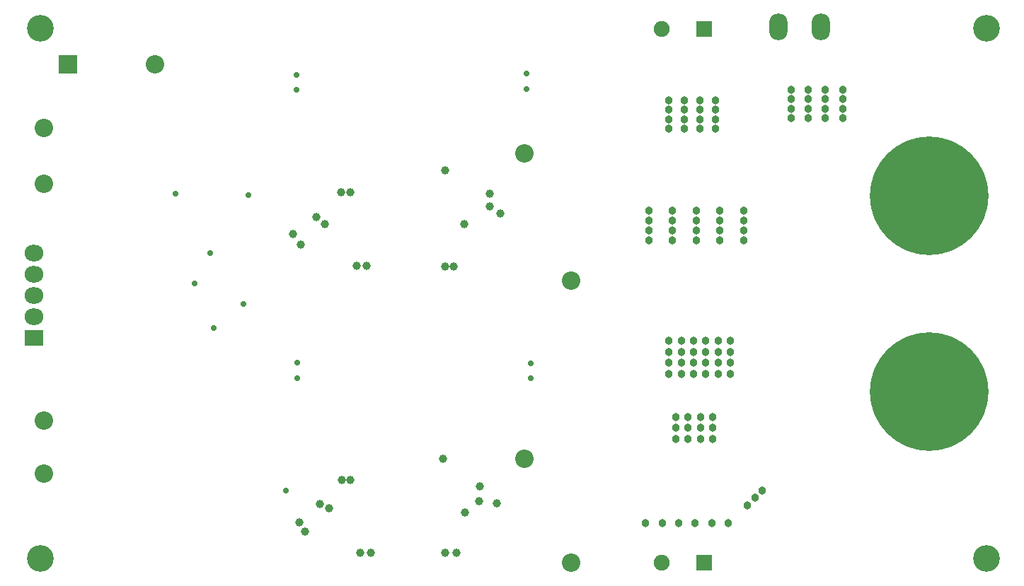
<source format=gbs>
G04*
G04 #@! TF.GenerationSoftware,Altium Limited,Altium Designer,23.2.1 (34)*
G04*
G04 Layer_Color=16711935*
%FSLAX25Y25*%
%MOIN*%
G70*
G04*
G04 #@! TF.SameCoordinates,7D5924AB-2F56-4A22-BAC2-9F5A3F461BF2*
G04*
G04*
G04 #@! TF.FilePolarity,Negative*
G04*
G01*
G75*
%ADD47O,0.08800X0.07800*%
%ADD48R,0.08800X0.07800*%
%ADD49R,0.08674X0.08674*%
%ADD50C,0.08674*%
%ADD51C,0.07473*%
%ADD52R,0.07473X0.07473*%
%ADD53C,0.55918*%
%ADD54C,0.12611*%
%ADD55O,0.08674X0.12611*%
%ADD56C,0.03950*%
%ADD58C,0.02800*%
%ADD59C,0.03800*%
D47*
X165354Y878268D02*
D03*
Y868268D02*
D03*
Y858268D02*
D03*
Y848268D02*
D03*
D48*
Y838268D02*
D03*
D49*
X181409Y967500D02*
D03*
D50*
X222590D02*
D03*
X396500Y781500D02*
D03*
X418500Y865500D02*
D03*
X396500Y925500D02*
D03*
X418500Y732500D02*
D03*
X170000Y937500D02*
D03*
Y911000D02*
D03*
Y774500D02*
D03*
Y799500D02*
D03*
D51*
X461000Y984000D02*
D03*
Y732500D02*
D03*
D52*
X481000Y984000D02*
D03*
Y732500D02*
D03*
D53*
X587000Y905512D02*
D03*
Y812992D02*
D03*
D54*
X614173Y984252D02*
D03*
Y734252D02*
D03*
X168500D02*
D03*
Y984252D02*
D03*
D55*
X536000Y985000D02*
D03*
X516000D02*
D03*
D56*
X368500Y756000D02*
D03*
X364500Y737000D02*
D03*
X359000D02*
D03*
X383500Y760500D02*
D03*
X375000Y761500D02*
D03*
X375500Y768500D02*
D03*
X358000Y781500D02*
D03*
X324000Y737000D02*
D03*
X319000D02*
D03*
X293000Y747000D02*
D03*
X290500Y751500D02*
D03*
X304500Y758000D02*
D03*
X300000Y760000D02*
D03*
X310500Y771500D02*
D03*
X314500D02*
D03*
X359000Y917500D02*
D03*
X385000Y897000D02*
D03*
X380000Y900500D02*
D03*
Y906500D02*
D03*
X368000Y892000D02*
D03*
X363000Y872000D02*
D03*
X359000D02*
D03*
X322000Y872500D02*
D03*
X317500D02*
D03*
X291000Y882500D02*
D03*
X287500Y887500D02*
D03*
X314500Y907000D02*
D03*
X310000D02*
D03*
X302500Y892000D02*
D03*
X298500Y895500D02*
D03*
D58*
X399500Y819500D02*
D03*
Y826500D02*
D03*
X397480Y955762D02*
D03*
X397500Y963000D02*
D03*
X289000Y955500D02*
D03*
X289500Y819500D02*
D03*
X289488Y826681D02*
D03*
X289000Y962500D02*
D03*
X232000Y906500D02*
D03*
X248500Y878500D02*
D03*
X266459Y905781D02*
D03*
X264000Y854500D02*
D03*
X250000Y843000D02*
D03*
X241000Y864000D02*
D03*
X284000Y766500D02*
D03*
D59*
X464500Y950500D02*
D03*
Y946000D02*
D03*
Y941500D02*
D03*
Y937000D02*
D03*
X486500D02*
D03*
Y941500D02*
D03*
Y946000D02*
D03*
Y950500D02*
D03*
X479167D02*
D03*
Y946000D02*
D03*
Y941500D02*
D03*
Y937000D02*
D03*
X471833D02*
D03*
Y941500D02*
D03*
Y946000D02*
D03*
Y950500D02*
D03*
X485100Y790812D02*
D03*
X467700Y796000D02*
D03*
X473500Y790812D02*
D03*
Y796000D02*
D03*
Y801188D02*
D03*
X479300D02*
D03*
X485100D02*
D03*
X479300Y796000D02*
D03*
Y790812D02*
D03*
X485100Y796000D02*
D03*
X467700Y790812D02*
D03*
Y801188D02*
D03*
X522000Y955500D02*
D03*
X530000D02*
D03*
X538000D02*
D03*
X546500D02*
D03*
Y951000D02*
D03*
X538000D02*
D03*
X522000D02*
D03*
X546500Y946500D02*
D03*
X538000D02*
D03*
X522000D02*
D03*
X546500Y942000D02*
D03*
X530000Y951000D02*
D03*
Y946500D02*
D03*
Y942000D02*
D03*
X538000D02*
D03*
X522000D02*
D03*
X493500Y821437D02*
D03*
Y831812D02*
D03*
Y826625D02*
D03*
X487700D02*
D03*
X481900D02*
D03*
X487700Y837000D02*
D03*
Y831812D02*
D03*
Y821437D02*
D03*
X493500Y837000D02*
D03*
X481900Y821437D02*
D03*
X477333Y898500D02*
D03*
X488500Y884500D02*
D03*
Y889167D02*
D03*
X477333D02*
D03*
Y884500D02*
D03*
X499667Y898500D02*
D03*
Y893833D02*
D03*
X488500D02*
D03*
X499667Y889167D02*
D03*
Y884500D02*
D03*
X488500Y898500D02*
D03*
X466167Y889167D02*
D03*
X477333Y893833D02*
D03*
X466167D02*
D03*
Y898500D02*
D03*
Y884500D02*
D03*
X476900Y751000D02*
D03*
X461300D02*
D03*
X501500Y759500D02*
D03*
X508500Y766500D02*
D03*
X505000Y763000D02*
D03*
X469100Y751000D02*
D03*
X492500D02*
D03*
X484700D02*
D03*
X470300Y821437D02*
D03*
Y826625D02*
D03*
X464500D02*
D03*
X476100D02*
D03*
Y821437D02*
D03*
X464500D02*
D03*
X476100Y831812D02*
D03*
X464500Y837000D02*
D03*
X476100D02*
D03*
X481900D02*
D03*
Y831812D02*
D03*
X470300Y837000D02*
D03*
Y831812D02*
D03*
X464500D02*
D03*
X455000Y898500D02*
D03*
X453500Y751000D02*
D03*
X455000Y889167D02*
D03*
Y893833D02*
D03*
Y884500D02*
D03*
M02*

</source>
